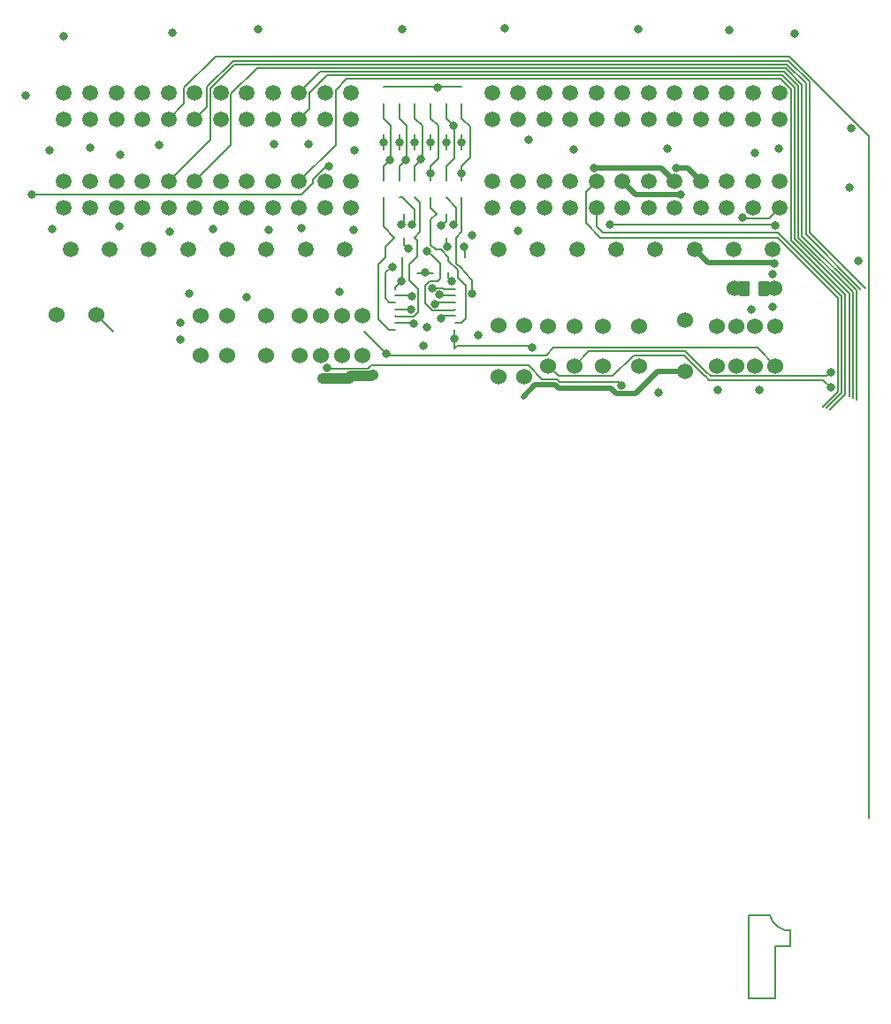
<source format=gbl>
G04 #@! TF.GenerationSoftware,KiCad,Pcbnew,8.0.6-8.0.6-0~ubuntu22.04.1*
G04 #@! TF.CreationDate,2024-11-30T07:36:20+00:00*
G04 #@! TF.ProjectId,hellen-112-17,68656c6c-656e-42d3-9131-322d31372e6b,B*
G04 #@! TF.SameCoordinates,Original*
G04 #@! TF.FileFunction,Copper,L4,Bot*
G04 #@! TF.FilePolarity,Positive*
%FSLAX46Y46*%
G04 Gerber Fmt 4.6, Leading zero omitted, Abs format (unit mm)*
G04 Created by KiCad (PCBNEW 8.0.6-8.0.6-0~ubuntu22.04.1) date 2024-11-30 07:36:20*
%MOMM*%
%LPD*%
G01*
G04 APERTURE LIST*
G04 #@! TA.AperFunction,EtchedComponent*
%ADD10C,0.200000*%
G04 #@! TD*
G04 #@! TA.AperFunction,ComponentPad*
%ADD11C,1.500000*%
G04 #@! TD*
G04 #@! TA.AperFunction,ComponentPad*
%ADD12C,1.524000*%
G04 #@! TD*
G04 #@! TA.AperFunction,ViaPad*
%ADD13C,0.800000*%
G04 #@! TD*
G04 #@! TA.AperFunction,Conductor*
%ADD14C,0.200000*%
G04 #@! TD*
G04 #@! TA.AperFunction,Conductor*
%ADD15C,0.500000*%
G04 #@! TD*
G04 #@! TA.AperFunction,Conductor*
%ADD16C,0.150000*%
G04 #@! TD*
G04 #@! TA.AperFunction,Conductor*
%ADD17C,1.000000*%
G04 #@! TD*
G04 APERTURE END LIST*
D10*
G04 #@! TO.C,G\u002A\u002A\u002A*
X74500000Y11000000D02*
X74500000Y3000000D01*
X74500000Y3000000D02*
X77000000Y3000000D01*
X76500000Y11000000D02*
X74500000Y11000000D01*
X77000000Y8000000D02*
X78500000Y8000000D01*
X77000000Y3000000D02*
X77000000Y8000000D01*
X78500000Y9500000D02*
X78500000Y8000000D01*
X78500000Y9500000D02*
G75*
G02*
X76500000Y11000000I-78399J1978801D01*
G01*
G04 #@! TD*
D11*
G04 #@! TO.P,J1,1,1A*
G04 #@! TO.N,/OUT_LS_101*
X77404267Y89716479D03*
G04 #@! TO.P,J1,2,2A*
G04 #@! TO.N,/OUT_LS_102*
X74904267Y89716479D03*
G04 #@! TO.P,J1,3,3A*
G04 #@! TO.N,GNDA*
X72404267Y89716479D03*
G04 #@! TO.P,J1,4,4A*
X69904267Y89716479D03*
G04 #@! TO.P,J1,5,5A*
X67404267Y89716479D03*
G04 #@! TO.P,J1,6,6A*
X64904267Y89716479D03*
G04 #@! TO.P,J1,7,7A*
G04 #@! TO.N,Net-(J1-7A)*
X62404267Y89716479D03*
G04 #@! TO.P,J1,8,8A*
G04 #@! TO.N,Net-(J1-8A)*
X59904267Y89716479D03*
G04 #@! TO.P,J1,9,9A*
G04 #@! TO.N,/IN_AV_109*
X57404267Y89716479D03*
G04 #@! TO.P,J1,10,10A*
G04 #@! TO.N,/IN_AV_110*
X54904267Y89716479D03*
G04 #@! TO.P,J1,11,11A*
G04 #@! TO.N,Net-(J1-11A)*
X52404267Y89716479D03*
G04 #@! TO.P,J1,12,12A*
G04 #@! TO.N,/IN_AV_112*
X49904267Y89716479D03*
G04 #@! TO.P,J1,13,13A*
G04 #@! TO.N,/IN_DIGITAL_113*
X77404267Y87216479D03*
G04 #@! TO.P,J1,14,14A*
G04 #@! TO.N,Net-(J1-14A)*
X74904267Y87216479D03*
G04 #@! TO.P,J1,15,15A*
G04 #@! TO.N,/OUT_MAIN_RELAY*
X72404267Y87216479D03*
G04 #@! TO.P,J1,16,16A*
G04 #@! TO.N,Net-(J1-16A)*
X69904267Y87216479D03*
G04 #@! TO.P,J1,17,17A*
G04 #@! TO.N,unconnected-(J1-17A-Pad17)*
X67404267Y87216479D03*
G04 #@! TO.P,J1,18,18A*
G04 #@! TO.N,unconnected-(J1-18A-Pad18)*
X64904267Y87216479D03*
G04 #@! TO.P,J1,19,19A*
G04 #@! TO.N,/IN_AV_119*
X62404267Y87216479D03*
G04 #@! TO.P,J1,20,20A*
G04 #@! TO.N,/IN_DIGITAL_120*
X59904267Y87216479D03*
G04 #@! TO.P,J1,21,21A*
G04 #@! TO.N,Net-(J1-21A)*
X57404267Y87216479D03*
G04 #@! TO.P,J1,22,22A*
G04 #@! TO.N,unconnected-(J1-22A-Pad22)*
X54904267Y87216479D03*
G04 #@! TO.P,J1,23,23A*
G04 #@! TO.N,/IN_DIGITAL_123*
X52404267Y87216479D03*
G04 #@! TO.P,J1,24,24A*
G04 #@! TO.N,unconnected-(J1-24A-Pad24)*
X49904267Y87216479D03*
G04 #@! TO.P,J1,25,25A*
G04 #@! TO.N,Net-(J1-25A)*
X77404267Y81216479D03*
G04 #@! TO.P,J1,26,26A*
G04 #@! TO.N,Net-(J1-26A)*
X74904267Y81216479D03*
G04 #@! TO.P,J1,27,27A*
G04 #@! TO.N,unconnected-(J1-27A-Pad27)*
X72404267Y81216479D03*
G04 #@! TO.P,J1,28,28A*
G04 #@! TO.N,/OUT_TACH*
X69904267Y81216479D03*
G04 #@! TO.P,J1,29,29A*
G04 #@! TO.N,/OUT_FUEL_CONSUMPTION*
X67404267Y81216479D03*
G04 #@! TO.P,J1,30,30A*
G04 #@! TO.N,unconnected-(J1-30A-Pad30)*
X64904267Y81216479D03*
G04 #@! TO.P,J1,31,31A*
G04 #@! TO.N,/OUT_AC_RELAY*
X62404267Y81216479D03*
G04 #@! TO.P,J1,32,32A*
G04 #@! TO.N,/CAN+*
X59904267Y81216479D03*
G04 #@! TO.P,J1,33,33A*
G04 #@! TO.N,unconnected-(J1-33A-Pad33)*
X57404267Y81216479D03*
G04 #@! TO.P,J1,34,34A*
G04 #@! TO.N,/IN_DIGITAL_134_HS*
X54904267Y81216479D03*
G04 #@! TO.P,J1,35,35A*
G04 #@! TO.N,/IN_DIGITAL_135_HS*
X52404267Y81216479D03*
G04 #@! TO.P,J1,36,36A*
G04 #@! TO.N,/IN_DIGITAL_136_HS*
X49904267Y81216479D03*
G04 #@! TO.P,J1,37,37A*
G04 #@! TO.N,Net-(J1-37A)*
X77404267Y78716479D03*
G04 #@! TO.P,J1,38,38A*
G04 #@! TO.N,Net-(J1-38A)*
X74904267Y78716479D03*
G04 #@! TO.P,J1,39,39A*
G04 #@! TO.N,unconnected-(J1-39A-Pad39)*
X72404267Y78716479D03*
G04 #@! TO.P,J1,40,40A*
G04 #@! TO.N,/OUT_RELAY_140*
X69904267Y78716479D03*
G04 #@! TO.P,J1,41,41A*
G04 #@! TO.N,/OUT_FAN_RELAY*
X67404267Y78716479D03*
G04 #@! TO.P,J1,42,42A*
G04 #@! TO.N,/OUT_FUEL_PUMP_RELAY*
X64904267Y78716479D03*
G04 #@! TO.P,J1,43,43A*
G04 #@! TO.N,unconnected-(J1-43A-Pad43)*
X62404267Y78716479D03*
G04 #@! TO.P,J1,44,44A*
G04 #@! TO.N,/CAN-*
X59904267Y78716479D03*
G04 #@! TO.P,J1,45,45A*
G04 #@! TO.N,unconnected-(J1-45A-Pad45)*
X57404267Y78716479D03*
G04 #@! TO.P,J1,46,46A*
G04 #@! TO.N,unconnected-(J1-46A-Pad46)*
X54904267Y78716479D03*
G04 #@! TO.P,J1,47,47A*
G04 #@! TO.N,/IN_DIGITAL_147_HS*
X52404267Y78716479D03*
G04 #@! TO.P,J1,48,48A*
G04 #@! TO.N,unconnected-(J1-48A-Pad48)*
X49904267Y78716479D03*
G04 #@! TO.P,J1,49,49A*
G04 #@! TO.N,unconnected-(J1-49A-Pad49)*
X76779267Y74716479D03*
G04 #@! TO.P,J1,50,50A*
G04 #@! TO.N,unconnected-(J1-50A-Pad50)*
X73029267Y74716479D03*
G04 #@! TO.P,J1,51,51A*
G04 #@! TO.N,/OUT_RELAY_151*
X69279267Y74716479D03*
G04 #@! TO.P,J1,52,52A*
G04 #@! TO.N,/OUT_RELAY_152*
X65529267Y74716479D03*
G04 #@! TO.P,J1,53,53A*
G04 #@! TO.N,GND*
X61779267Y74716479D03*
G04 #@! TO.P,J1,54,54A*
X58029267Y74716479D03*
G04 #@! TO.P,J1,55,55A*
G04 #@! TO.N,Net-(J1-55A)*
X54279267Y74716479D03*
G04 #@! TO.P,J1,56,56A*
G04 #@! TO.N,Net-(J1-56A)*
X50529267Y74716479D03*
G04 #@! TO.P,J1,57,1B*
G04 #@! TO.N,/IN_CRANK-*
X36404267Y89716479D03*
G04 #@! TO.P,J1,58,2B*
G04 #@! TO.N,unconnected-(J1-2B-Pad58)*
X33904267Y89716479D03*
G04 #@! TO.P,J1,59,3B*
G04 #@! TO.N,/IN_TPS1*
X31404267Y89716479D03*
G04 #@! TO.P,J1,60,4B*
G04 #@! TO.N,GNDA*
X28904267Y89716479D03*
G04 #@! TO.P,J1,61,5B*
X26404267Y89716479D03*
G04 #@! TO.P,J1,62,6B*
X23904267Y89716479D03*
G04 #@! TO.P,J1,63,7B*
X21404267Y89716479D03*
G04 #@! TO.P,J1,64,8B*
X18904267Y89716479D03*
G04 #@! TO.P,J1,65,9B*
G04 #@! TO.N,unconnected-(J1-9B-Pad65)*
X16404267Y89716479D03*
G04 #@! TO.P,J1,66,10B*
G04 #@! TO.N,+5VP*
X13904267Y89716479D03*
G04 #@! TO.P,J1,67,11B*
G04 #@! TO.N,unconnected-(J1-11B-Pad67)*
X11404267Y89716479D03*
G04 #@! TO.P,J1,68,12B*
G04 #@! TO.N,unconnected-(J1-12B-Pad68)*
X8904267Y89716479D03*
G04 #@! TO.P,J1,69,13B*
G04 #@! TO.N,/IN_CRANK+*
X36404267Y87216479D03*
G04 #@! TO.P,J1,70,14B*
G04 #@! TO.N,unconnected-(J1-14B-Pad70)*
X33904267Y87216479D03*
G04 #@! TO.P,J1,71,15B*
G04 #@! TO.N,/IN_CLT*
X31404267Y87216479D03*
G04 #@! TO.P,J1,72,16B*
G04 #@! TO.N,unconnected-(J1-16B-Pad72)*
X28904267Y87216479D03*
G04 #@! TO.P,J1,73,17B*
G04 #@! TO.N,unconnected-(J1-17B-Pad73)*
X26404267Y87216479D03*
G04 #@! TO.P,J1,74,18B*
G04 #@! TO.N,unconnected-(J1-18B-Pad74)*
X23904267Y87216479D03*
G04 #@! TO.P,J1,75,19B*
G04 #@! TO.N,/IN_MAP*
X21404267Y87216479D03*
G04 #@! TO.P,J1,76,20B*
G04 #@! TO.N,/IN_TPS2*
X18904267Y87216479D03*
G04 #@! TO.P,J1,77,21B*
G04 #@! TO.N,unconnected-(J1-21B-Pad77)*
X16404267Y87216479D03*
G04 #@! TO.P,J1,78,22B*
G04 #@! TO.N,unconnected-(J1-22B-Pad78)*
X13904267Y87216479D03*
G04 #@! TO.P,J1,79,23B*
G04 #@! TO.N,Net-(J1-23B)*
X11404267Y87216479D03*
G04 #@! TO.P,J1,80,24B*
G04 #@! TO.N,unconnected-(J1-24B-Pad80)*
X8904267Y87216479D03*
G04 #@! TO.P,J1,81,25B*
G04 #@! TO.N,unconnected-(J1-25B-Pad81)*
X36404267Y81216479D03*
G04 #@! TO.P,J1,82,26B*
G04 #@! TO.N,unconnected-(J1-26B-Pad82)*
X33904267Y81216479D03*
G04 #@! TO.P,J1,83,27B*
G04 #@! TO.N,/IN_IAT*
X31404267Y81216479D03*
G04 #@! TO.P,J1,84,28B*
G04 #@! TO.N,unconnected-(J1-28B-Pad84)*
X28904267Y81216479D03*
G04 #@! TO.P,J1,85,29B*
G04 #@! TO.N,unconnected-(J1-29B-Pad85)*
X26404267Y81216479D03*
G04 #@! TO.P,J1,86,30B*
G04 #@! TO.N,unconnected-(J1-30B-Pad86)*
X23904267Y81216479D03*
G04 #@! TO.P,J1,87,31B*
G04 #@! TO.N,/IN_CAM*
X21404267Y81216479D03*
G04 #@! TO.P,J1,88,32B*
G04 #@! TO.N,/IN_VSS*
X18904267Y81216479D03*
G04 #@! TO.P,J1,89,33B*
G04 #@! TO.N,Net-(J1-33B)*
X16404267Y81216479D03*
G04 #@! TO.P,J1,90,34B*
G04 #@! TO.N,unconnected-(J1-34B-Pad90)*
X13904267Y81216479D03*
G04 #@! TO.P,J1,91,35B*
G04 #@! TO.N,/OUT_LS_235*
X11404267Y81216479D03*
G04 #@! TO.P,J1,92,36B*
G04 #@! TO.N,unconnected-(J1-36B-Pad92)*
X8904267Y81216479D03*
G04 #@! TO.P,J1,93,37B*
G04 #@! TO.N,Net-(J1-37B)*
X36404267Y78716479D03*
G04 #@! TO.P,J1,94,38B*
G04 #@! TO.N,Net-(J1-38B)*
X33904267Y78716479D03*
G04 #@! TO.P,J1,95,39B*
G04 #@! TO.N,unconnected-(J1-39B-Pad95)*
X31404267Y78716479D03*
G04 #@! TO.P,J1,96,40B*
G04 #@! TO.N,unconnected-(J1-40B-Pad96)*
X28904267Y78716479D03*
G04 #@! TO.P,J1,97,41B*
G04 #@! TO.N,unconnected-(J1-41B-Pad97)*
X26404267Y78716479D03*
G04 #@! TO.P,J1,98,42B*
G04 #@! TO.N,/OUT_INJ2*
X23904267Y78716479D03*
G04 #@! TO.P,J1,99,43B*
G04 #@! TO.N,/OUT_INJ3*
X21404267Y78716479D03*
G04 #@! TO.P,J1,100,44B*
G04 #@! TO.N,/OUT_INJ1*
X18904267Y78716479D03*
G04 #@! TO.P,J1,101,45B*
G04 #@! TO.N,/OUT_INJ4*
X16404267Y78716479D03*
G04 #@! TO.P,J1,102,46B*
G04 #@! TO.N,/OUT_LS_246*
X13904267Y78716479D03*
G04 #@! TO.P,J1,103,47B*
G04 #@! TO.N,GNDA*
X11404267Y78716479D03*
G04 #@! TO.P,J1,104,48B*
G04 #@! TO.N,unconnected-(J1-48B-Pad104)*
X8904267Y78716479D03*
G04 #@! TO.P,J1,105,49B*
G04 #@! TO.N,unconnected-(J1-49B-Pad105)*
X35779267Y74716479D03*
G04 #@! TO.P,J1,106,50B*
G04 #@! TO.N,GND*
X32029267Y74716479D03*
G04 #@! TO.P,J1,107,51B*
G04 #@! TO.N,Net-(J1-51B)*
X28279267Y74716479D03*
G04 #@! TO.P,J1,108,52B*
G04 #@! TO.N,Net-(J1-52B)*
X24529267Y74716479D03*
G04 #@! TO.P,J1,109,53B*
G04 #@! TO.N,/OUT_IGN2*
X20779267Y74716479D03*
G04 #@! TO.P,J1,110,54B*
G04 #@! TO.N,/OUT_IGN3*
X17029267Y74716479D03*
G04 #@! TO.P,J1,111,55B*
G04 #@! TO.N,/OUT_IGN4*
X13279267Y74716479D03*
G04 #@! TO.P,J1,112,56B*
G04 #@! TO.N,/OUT_IGN1*
X9529267Y74716479D03*
G04 #@! TD*
D12*
G04 #@! TO.P,R13,1,1*
G04 #@! TO.N,Net-(J1-37B)*
X33500000Y68405000D03*
G04 #@! TO.P,R13,2,2*
G04 #@! TO.N,unconnected-(R13-Pad2)*
X33500000Y64595000D03*
G04 #@! TD*
G04 #@! TO.P,R11,1,1*
G04 #@! TO.N,Net-(J1-23B)*
X8190000Y68500000D03*
G04 #@! TO.P,R11,2,2*
G04 #@! TO.N,+5VP*
X12000000Y68500000D03*
G04 #@! TD*
G04 #@! TO.P,R14,1,1*
G04 #@! TO.N,Net-(J1-38B)*
X31500000Y68405000D03*
G04 #@! TO.P,R14,2,2*
G04 #@! TO.N,GNDA*
X31500000Y64595000D03*
G04 #@! TD*
G04 #@! TO.P,R12,1,1*
G04 #@! TO.N,Net-(J1-33B)*
X22000000Y68405000D03*
G04 #@! TO.P,R12,2,2*
G04 #@! TO.N,unconnected-(R12-Pad2)*
X22000000Y64595000D03*
G04 #@! TD*
G04 #@! TO.P,F2,1,1*
G04 #@! TO.N,Net-(J1-55A)*
X53000000Y67450000D03*
G04 #@! TO.P,F2,2,2*
G04 #@! TO.N,+12V_RAW*
X53000000Y62550000D03*
G04 #@! TD*
G04 #@! TO.P,R15,1,1*
G04 #@! TO.N,Net-(J1-51B)*
X28250000Y68405000D03*
G04 #@! TO.P,R15,2,2*
G04 #@! TO.N,/OUT_ETB+*
X28250000Y64595000D03*
G04 #@! TD*
G04 #@! TO.P,F1,1,1*
G04 #@! TO.N,Net-(J1-16A)*
X68400000Y67950000D03*
G04 #@! TO.P,F1,2,2*
G04 #@! TO.N,/IN_VIGN*
X68400000Y63050000D03*
G04 #@! TD*
G04 #@! TO.P,F3,1,1*
G04 #@! TO.N,Net-(J1-56A)*
X50500000Y67450000D03*
G04 #@! TO.P,F3,2,2*
G04 #@! TO.N,+12V_RAW*
X50500000Y62550000D03*
G04 #@! TD*
G04 #@! TO.P,R1,1,1*
G04 #@! TO.N,Net-(J1-7A)*
X64000000Y67405000D03*
G04 #@! TO.P,R1,2,2*
G04 #@! TO.N,/IN_AV_107*
X64000000Y63595000D03*
G04 #@! TD*
G04 #@! TO.P,R9,1,1*
G04 #@! TO.N,/IN_CRANK-*
X37500000Y68405000D03*
G04 #@! TO.P,R9,2,2*
G04 #@! TO.N,unconnected-(R9-Pad2)*
X37500000Y64595000D03*
G04 #@! TD*
G04 #@! TO.P,R6,1,1*
G04 #@! TO.N,Net-(J1-25A)*
X77000000Y67405000D03*
G04 #@! TO.P,R6,2,2*
G04 #@! TO.N,+5VP*
X77000000Y63595000D03*
G04 #@! TD*
G04 #@! TO.P,R4,1,1*
G04 #@! TO.N,Net-(J1-14A)*
X71400000Y67405000D03*
G04 #@! TO.P,R4,2,2*
G04 #@! TO.N,/IN_PPS2*
X71400000Y63595000D03*
G04 #@! TD*
G04 #@! TO.P,R8,1,1*
G04 #@! TO.N,Net-(J1-38A)*
X73300000Y67405000D03*
G04 #@! TO.P,R8,2,2*
G04 #@! TO.N,+5VP*
X73300000Y63595000D03*
G04 #@! TD*
G04 #@! TO.P,R10,1,1*
G04 #@! TO.N,/IN_CRANK+*
X35500000Y68405000D03*
G04 #@! TO.P,R10,2,2*
G04 #@! TO.N,unconnected-(R10-Pad2)*
X35500000Y64595000D03*
G04 #@! TD*
G04 #@! TO.P,R7,1,1*
G04 #@! TO.N,Net-(J1-26A)*
X75100000Y67405000D03*
G04 #@! TO.P,R7,2,2*
G04 #@! TO.N,+5VP*
X75100000Y63595000D03*
G04 #@! TD*
G04 #@! TO.P,R16,1,1*
G04 #@! TO.N,Net-(J1-52B)*
X24500000Y68405000D03*
G04 #@! TO.P,R16,2,2*
G04 #@! TO.N,/OUT_ETB-*
X24500000Y64595000D03*
G04 #@! TD*
G04 #@! TO.P,R5,1,1*
G04 #@! TO.N,Net-(J1-21A)*
X57800000Y67405000D03*
G04 #@! TO.P,R5,2,2*
G04 #@! TO.N,/IN_PPS1*
X57800000Y63595000D03*
G04 #@! TD*
G04 #@! TO.P,R2,1,1*
G04 #@! TO.N,Net-(J1-8A)*
X60500000Y67405000D03*
G04 #@! TO.P,R2,2,2*
G04 #@! TO.N,GND*
X60500000Y63595000D03*
G04 #@! TD*
G04 #@! TO.P,R3,1,1*
G04 #@! TO.N,Net-(J1-11A)*
X55300000Y67405000D03*
G04 #@! TO.P,R3,2,2*
G04 #@! TO.N,/IN_AV_111*
X55300000Y63595000D03*
G04 #@! TD*
G04 #@! TO.P,R54,1,1*
G04 #@! TO.N,Net-(J1-37A)*
X73090000Y71000000D03*
G04 #@! TA.AperFunction,SMDPad,CuDef*
G36*
G01*
X73544999Y70375000D02*
X73544999Y71625000D01*
G75*
G02*
X73644999Y71725000I100000J0D01*
G01*
X74444999Y71725000D01*
G75*
G02*
X74544999Y71625000I0J-100000D01*
G01*
X74544999Y70375000D01*
G75*
G02*
X74444999Y70275000I-100000J0D01*
G01*
X73644999Y70275000D01*
G75*
G02*
X73544999Y70375000I0J100000D01*
G01*
G37*
G04 #@! TD.AperFunction*
G04 #@! TO.P,R54,2,2*
G04 #@! TO.N,+5VP*
G04 #@! TA.AperFunction,SMDPad,CuDef*
G36*
G01*
X75445021Y70375000D02*
X75445021Y71625000D01*
G75*
G02*
X75545021Y71725000I100000J0D01*
G01*
X76345021Y71725000D01*
G75*
G02*
X76445021Y71625000I0J-100000D01*
G01*
X76445021Y70375000D01*
G75*
G02*
X76345021Y70275000I-100000J0D01*
G01*
X75545021Y70275000D01*
G75*
G02*
X75445021Y70375000I0J100000D01*
G01*
G37*
G04 #@! TD.AperFunction*
X76900000Y71000000D03*
G04 #@! TD*
D13*
G04 #@! TO.N,*
X42190446Y77065868D03*
X40341487Y73053162D03*
X43999046Y82000000D03*
X44863732Y70377949D03*
X5800000Y80000000D03*
X46189486Y77065715D03*
X48000000Y70500000D03*
X34300000Y82700000D03*
X43698955Y74558230D03*
G04 #@! TO.N,+5VA*
X46290001Y66215332D03*
X44710475Y90200000D03*
X45048311Y77018386D03*
X53708605Y65326466D03*
X41200000Y77100000D03*
G04 #@! TO.N,/OUT_RELAY_151*
X76934280Y73339960D03*
G04 #@! TO.N,/OUT_FUEL_CONSUMPTION*
X59650000Y82500000D03*
G04 #@! TO.N,+5VP*
X39750000Y64770710D03*
G04 #@! TO.N,/OUT_TACH*
X67500923Y82512382D03*
G04 #@! TO.N,/OUT_AC_RELAY*
X68000000Y80000000D03*
G04 #@! TO.N,/IN_DIGITAL_113*
X77050000Y77000000D03*
X61200000Y77100000D03*
G04 #@! TO.N,/IN_DIGITAL_123*
X46187517Y86566912D03*
G04 #@! TO.N,/IN_DIGITAL_134_HS*
X40076262Y83298679D03*
G04 #@! TO.N,/IN_DIGITAL_135_HS*
X43097539Y83343646D03*
G04 #@! TO.N,/IN_DIGITAL_136_HS*
X41587104Y83322729D03*
G04 #@! TO.N,/IN_DIGITAL_147_HS*
X46999046Y82000000D03*
G04 #@! TO.N,GND*
X45500000Y85000000D03*
X27500000Y95800000D03*
X31600000Y76800000D03*
X28500000Y76600000D03*
X72600000Y95700000D03*
X26400000Y70200000D03*
X41000000Y85000000D03*
X8900000Y95100000D03*
X41300000Y95800000D03*
X39500000Y85000000D03*
X20061597Y66138403D03*
X74700000Y69000000D03*
X19000000Y76400000D03*
X41215816Y71699270D03*
X23200000Y76700000D03*
X14300000Y83800000D03*
X11400000Y84500000D03*
X53400000Y85200000D03*
X47197139Y74960087D03*
X43500000Y72500000D03*
X57700000Y84300000D03*
X46024421Y71718010D03*
X43300000Y65500000D03*
X76800000Y69200000D03*
X42500000Y85000000D03*
X19300000Y95500000D03*
X48000000Y76100000D03*
X66700000Y84400000D03*
X45646107Y74982425D03*
X35300000Y70700000D03*
X29000000Y84800000D03*
X36700000Y84200000D03*
X32300000Y84800000D03*
X85000000Y73600000D03*
X14200000Y76900000D03*
X63875843Y95776435D03*
X43700000Y67300000D03*
X20000000Y67700000D03*
X7500000Y84200000D03*
X51100000Y95900000D03*
X5200000Y89500000D03*
X65852260Y60984573D03*
X44000000Y85000000D03*
X84315716Y86365045D03*
X78899878Y95376860D03*
X7800000Y76700000D03*
X84100000Y80700000D03*
X18000000Y84700000D03*
X76800000Y72400000D03*
X48600000Y66500000D03*
X75500000Y61300000D03*
X41844771Y74818900D03*
X75100000Y84000000D03*
X77400000Y84400000D03*
X52400000Y76500000D03*
X36600000Y76600000D03*
X47000000Y85000000D03*
X20900000Y70500000D03*
G04 #@! TO.N,/TLS115_PG*
X45000000Y68100000D03*
G04 #@! TO.N,+12V_RAW*
X71500000Y61300000D03*
G04 #@! TO.N,Net-(J1-37A)*
X73900000Y77800000D03*
G04 #@! TO.N,/VREF2*
X34099500Y63418082D03*
X62300000Y61699500D03*
G04 #@! TO.N,/IN_AV_111*
X82325350Y61492537D03*
G04 #@! TO.N,/IN_PPS1*
X82362001Y63000000D03*
G04 #@! TO.N,/DIGITAL_135_HS*
X42139935Y68950001D03*
G04 #@! TO.N,/DIGITAL_134_HS*
X42350002Y67650001D03*
G04 #@! TO.N,/DIGITAL_136_HS*
X42200001Y70250001D03*
G04 #@! TO.N,/DIGITAL_147_HS*
X44147637Y71002219D03*
G04 #@! TO.N,/DIGITAL_123*
X44458205Y69518849D03*
G04 #@! TD*
D14*
G04 #@! TO.N,*
X44217184Y74040001D02*
X43698955Y74558230D01*
X45709999Y73653762D02*
X46615001Y72748760D01*
X42450000Y78550000D02*
X41300000Y79700000D01*
X46450000Y77326229D02*
X46450000Y78137500D01*
X40263161Y73053162D02*
X40341487Y73053162D01*
X47350000Y68105025D02*
X46944975Y67700000D01*
X42850001Y68740828D02*
X42850001Y70886858D01*
X39709999Y74000000D02*
X39709999Y75022499D01*
X47290001Y72568734D02*
X47290001Y72500000D01*
X42409174Y68300001D02*
X42850001Y68740828D01*
X44550000Y78137500D02*
X44000000Y77587500D01*
X42500000Y79700000D02*
X43000000Y79200000D01*
X39034999Y68070026D02*
X40055025Y67050000D01*
X47290001Y72500000D02*
X47290001Y72568733D01*
X39500000Y79700000D02*
X39500000Y76912500D01*
X46450000Y73408735D02*
X46929367Y72929367D01*
X44000000Y77587500D02*
X44000000Y75184315D01*
X43497637Y71276476D02*
X43497637Y69544566D01*
X5800000Y80000000D02*
X31602002Y80000000D01*
X43000000Y79200000D02*
X43000000Y76412500D01*
X39709999Y74000000D02*
X39034999Y73325000D01*
X44173530Y68868673D02*
X46231173Y68868673D01*
X44250000Y74040001D02*
X44929939Y73360062D01*
X43999046Y87300000D02*
X44738970Y86560076D01*
X32700000Y81097998D02*
X32700000Y81426426D01*
X46450000Y78750000D02*
X46450000Y78137500D01*
X42450000Y75862500D02*
X42750000Y75562500D01*
X40055025Y67050000D02*
X40637500Y67050000D01*
X44929939Y73360062D02*
X44929939Y71949178D01*
X39034999Y73325000D02*
X39034999Y68070026D01*
X44000000Y88700000D02*
X44000000Y87300954D01*
X44738970Y86560076D02*
X44738970Y83449923D01*
X47000000Y76412500D02*
X46450000Y75862500D01*
X44635631Y71654870D02*
X43876031Y71654870D01*
X43999046Y82709999D02*
X43999046Y82000000D01*
X48000000Y71790001D02*
X48000000Y70500000D01*
X44250000Y74040001D02*
X44217184Y74040001D01*
X40687499Y68300001D02*
X42409174Y68300001D01*
X44000000Y87300954D02*
X43999046Y87300000D01*
X40637500Y68350000D02*
X40687499Y68300001D01*
X44994998Y74715001D02*
X45709999Y74000000D01*
X43497637Y69544566D02*
X44173530Y68868673D01*
X46362500Y70300000D02*
X44941681Y70300000D01*
X42000000Y71736859D02*
X42000000Y73290001D01*
X46944975Y67700000D02*
X46362500Y67700000D01*
X43876031Y71654870D02*
X43497637Y71276476D01*
X47290001Y72568733D02*
X46929367Y72929367D01*
X39650000Y72440001D02*
X39650000Y70055025D01*
X46450000Y75862500D02*
X46450000Y73408735D01*
X39709999Y75022499D02*
X40550000Y75862500D01*
X44000000Y78687500D02*
X44550000Y78137500D01*
X47350000Y71286239D02*
X47350000Y68105025D01*
X44000000Y75184315D02*
X44469314Y74715001D01*
X32700000Y81426426D02*
X33973574Y82700000D01*
X47290001Y72500000D02*
X48000000Y71790001D01*
X43000000Y76412500D02*
X42450000Y75862500D01*
X42190446Y77065868D02*
X42450000Y77325422D01*
X45500000Y79700000D02*
X46450000Y78750000D01*
X44929939Y71949178D02*
X44635631Y71654870D01*
X46615001Y72748760D02*
X46615001Y72021238D01*
X42450000Y78137500D02*
X42450000Y78550000D01*
X44000000Y79700000D02*
X44000000Y78687500D01*
X42000000Y73290001D02*
X42750000Y74040001D01*
X46615001Y72021238D02*
X47350000Y71286239D01*
X46929367Y72929367D02*
X47290001Y72568734D01*
X39709999Y72500000D02*
X40263161Y73053162D01*
X39500000Y76912500D02*
X40550000Y75862500D01*
X43999046Y82000000D02*
X43999046Y81300000D01*
X46231173Y68868673D02*
X46362500Y69000000D01*
X44738970Y83449923D02*
X43999046Y82709999D01*
X39650000Y70055025D02*
X40055025Y69650000D01*
X44941681Y70300000D02*
X44863732Y70377949D01*
X47000000Y79700000D02*
X47000000Y76412500D01*
X31602002Y80000000D02*
X32700000Y81097998D01*
X42850001Y70886858D02*
X42000000Y71736859D01*
X41300000Y79700000D02*
X41000000Y79700000D01*
X46189486Y77065715D02*
X46450000Y77326229D01*
X33973574Y82700000D02*
X34300000Y82700000D01*
X40055025Y69650000D02*
X40637500Y69650000D01*
X42450000Y77325422D02*
X42450000Y78137500D01*
X44469314Y74715001D02*
X44994998Y74715001D01*
X42750000Y75562500D02*
X42750000Y74040001D01*
X45709999Y74000000D02*
X45709999Y73653762D01*
X39709999Y72500000D02*
X39650000Y72440001D01*
G04 #@! TO.N,+5VA*
X44810475Y90300000D02*
X44710475Y90200000D01*
X47000000Y90300000D02*
X44810475Y90300000D01*
X46540001Y65500000D02*
X46290001Y65250000D01*
X39500954Y90300000D02*
X44610475Y90300000D01*
X53535071Y65500000D02*
X46540001Y65500000D01*
X45048311Y77018386D02*
X45500000Y77470075D01*
X53708605Y65326466D02*
X53535071Y65500000D01*
X46290001Y66977501D02*
X46362500Y67050000D01*
X41500000Y77400000D02*
X41200000Y77100000D01*
X46290001Y65250000D02*
X46290001Y66215332D01*
X41500000Y78137500D02*
X41500000Y77400000D01*
X46290001Y66215332D02*
X46290001Y66977501D01*
X45500000Y77470075D02*
X45500000Y78137500D01*
X44610475Y90300000D02*
X44710475Y90200000D01*
D15*
G04 #@! TO.N,/OUT_RELAY_151*
X76934280Y73339960D02*
X76843172Y73431068D01*
X76843172Y73431068D02*
X70564678Y73431068D01*
X70564678Y73431068D02*
X69279267Y74716479D01*
G04 #@! TO.N,/OUT_FUEL_CONSUMPTION*
X66120746Y82500000D02*
X59650000Y82500000D01*
X67404267Y81216479D02*
X66120746Y82500000D01*
D14*
G04 #@! TO.N,+5VP*
X55780816Y65307001D02*
X55048815Y64575000D01*
X55048815Y64575000D02*
X39945710Y64575000D01*
X39945710Y64575000D02*
X39750000Y64770710D01*
X75287999Y65307001D02*
X55780816Y65307001D01*
X77000000Y63595000D02*
X75287999Y65307001D01*
X37632312Y66888398D02*
X39750000Y64770710D01*
X12000000Y68500000D02*
X13611602Y66888398D01*
D15*
G04 #@! TO.N,/OUT_TACH*
X68608364Y82512382D02*
X69904267Y81216479D01*
X67500923Y82512382D02*
X68608364Y82512382D01*
G04 #@! TO.N,/OUT_AC_RELAY*
X63620746Y80000000D02*
X68000000Y80000000D01*
X62404267Y81216479D02*
X63620746Y80000000D01*
D14*
G04 #@! TO.N,/CAN+*
X83050000Y61129896D02*
X83050000Y70085182D01*
X58904267Y77236633D02*
X58904267Y80216479D01*
X60265900Y75875000D02*
X58904267Y77236633D01*
X77260182Y75875000D02*
X60265900Y75875000D01*
X58904267Y80216479D02*
X59904267Y81216479D01*
X81600000Y59679897D02*
X83050000Y61129896D01*
X83050000Y70085182D02*
X77260182Y75875000D01*
G04 #@! TO.N,/CAN-*
X83400000Y70230157D02*
X77305156Y76325000D01*
X60475000Y76325000D02*
X59904267Y76895733D01*
X77305156Y76325000D02*
X60475000Y76325000D01*
X81950000Y59534923D02*
X83400000Y60984922D01*
X59904267Y76895733D02*
X59904267Y78716479D01*
X83400000Y60984922D02*
X83400000Y70230157D01*
G04 #@! TO.N,/IN_DIGITAL_113*
X76950000Y77100000D02*
X77050000Y77000000D01*
X61200000Y77100000D02*
X76950000Y77100000D01*
G04 #@! TO.N,/IN_DIGITAL_123*
X46256318Y86542728D02*
X46256318Y83467271D01*
X45500000Y88700000D02*
X45500000Y87300954D01*
X45499046Y87300000D02*
X46256318Y86542728D01*
X45499046Y82709999D02*
X45499046Y81300000D01*
X46256318Y83467271D02*
X45499046Y82709999D01*
X45500000Y87300954D02*
X45499046Y87300000D01*
G04 #@! TO.N,/IN_VSS*
X22904267Y90130693D02*
X25223574Y92450000D01*
X78160052Y92450000D02*
X79950000Y90660052D01*
X18904267Y81216479D02*
X22904267Y85216479D01*
X79950000Y76155026D02*
X85150000Y70955026D01*
X22904267Y85216479D02*
X22904267Y90130693D01*
X25223574Y92450000D02*
X78160052Y92450000D01*
X79950000Y90660052D02*
X79950000Y76155026D01*
G04 #@! TO.N,/IN_DIGITAL_134_HS*
X39500000Y87300000D02*
X40210000Y86590000D01*
X39500954Y88700000D02*
X39500954Y87300954D01*
X40210000Y86590000D02*
X40210000Y83419999D01*
X40210000Y83419999D02*
X39500000Y82709999D01*
X39500954Y87300954D02*
X39500000Y87300000D01*
X39500000Y82709999D02*
X39500000Y81300000D01*
G04 #@! TO.N,/IN_DIGITAL_135_HS*
X42500000Y88700000D02*
X42500000Y87300954D01*
X43248098Y83459051D02*
X42499046Y82709999D01*
X43248098Y86550948D02*
X43248098Y83459051D01*
X42499046Y82709999D02*
X42499046Y81300000D01*
X42500000Y87300954D02*
X42499046Y87300000D01*
X42499046Y87300000D02*
X43248098Y86550948D01*
G04 #@! TO.N,/IN_DIGITAL_136_HS*
X41000000Y87300954D02*
X40999046Y87300000D01*
X41000000Y88700000D02*
X41000000Y87300954D01*
X41739688Y86559358D02*
X41739688Y83450641D01*
X40999046Y82709999D02*
X40999046Y81300000D01*
X41739688Y83450641D02*
X40999046Y82709999D01*
X40999046Y87300000D02*
X41739688Y86559358D01*
G04 #@! TO.N,/IN_DIGITAL_147_HS*
X47000000Y88700000D02*
X47000000Y87300954D01*
X46999046Y82000000D02*
X46999046Y81300000D01*
X47000000Y87300954D02*
X46999046Y87300000D01*
X47800000Y86499046D02*
X47800000Y83510953D01*
X46999046Y82709999D02*
X46999046Y82000000D01*
X46999046Y87300000D02*
X47800000Y86499046D01*
X47800000Y83510953D02*
X46999046Y82709999D01*
G04 #@! TO.N,/IN_TPS1*
X79250000Y75865078D02*
X84450000Y70665078D01*
X79250000Y90355026D02*
X79250000Y75865078D01*
X84450000Y70665078D02*
X84450000Y60550000D01*
X31404267Y89716479D02*
X33437788Y91750000D01*
X77855026Y91750000D02*
X79250000Y90355026D01*
X33437788Y91750000D02*
X77855026Y91750000D01*
G04 #@! TO.N,/IN_CLT*
X77694974Y91400000D02*
X78900000Y90194974D01*
X78900000Y90194974D02*
X78900000Y75720104D01*
X78900000Y75720104D02*
X84100000Y70520104D01*
X31404267Y87216479D02*
X32404267Y88216479D01*
X34100000Y91400000D02*
X77694974Y91400000D01*
X32404267Y89704267D02*
X34100000Y91400000D01*
X32404267Y88216479D02*
X32404267Y89704267D01*
X84100000Y70520104D02*
X84100000Y60694974D01*
G04 #@! TO.N,/IN_MAP*
X78305026Y92800000D02*
X80300000Y90805026D01*
X21404267Y87216479D02*
X22554267Y88366479D01*
X80300000Y76300000D02*
X85619747Y70980253D01*
X22554267Y88366479D02*
X22554267Y90275667D01*
X25078600Y92800000D02*
X78305026Y92800000D01*
X22554267Y90275667D02*
X25078600Y92800000D01*
X80300000Y90805026D02*
X80300000Y76300000D01*
G04 #@! TO.N,/IN_TPS2*
X86000000Y85600000D02*
X78400000Y93200000D01*
X78400000Y93200000D02*
X23400000Y93200000D01*
X20404267Y90204267D02*
X20404267Y88716479D01*
X20404267Y88716479D02*
X18904267Y87216479D01*
X86000000Y20300207D02*
X86000000Y85600000D01*
X23400000Y93200000D02*
X20404267Y90204267D01*
G04 #@! TO.N,/IN_IAT*
X77550002Y91049998D02*
X78550000Y90050000D01*
X78550000Y75575130D02*
X83750000Y70375130D01*
X34904267Y89984246D02*
X35970019Y91049998D01*
X83750000Y60839948D02*
X82300000Y59389948D01*
X35970019Y91049998D02*
X77550002Y91049998D01*
X34904267Y84716479D02*
X34904267Y89984246D01*
X31404267Y81216479D02*
X34904267Y84716479D01*
X83750000Y70375130D02*
X83750000Y60839948D01*
X78550000Y90050000D02*
X78550000Y75575130D01*
G04 #@! TO.N,/IN_CAM*
X84800000Y70810052D02*
X84800000Y60300000D01*
X79600000Y76010052D02*
X84800000Y70810052D01*
X21404267Y81216479D02*
X24904267Y84716479D01*
X79600000Y90515078D02*
X79600000Y76010052D01*
X78015078Y92100000D02*
X79600000Y90515078D01*
X24904267Y84716479D02*
X24904267Y89630693D01*
X24904267Y89630693D02*
X27373574Y92100000D01*
X27373574Y92100000D02*
X78015078Y92100000D01*
D16*
G04 #@! TO.N,GND*
X44000000Y84290001D02*
X44000000Y85000000D01*
D14*
X45709999Y72500000D02*
X45709999Y72032432D01*
X41290001Y72500000D02*
X41290001Y74000000D01*
X41290001Y71773455D02*
X41215816Y71699270D01*
X40637500Y71120954D02*
X41215816Y71699270D01*
X45646107Y74982425D02*
X45500000Y75128532D01*
D16*
X42500000Y85700000D02*
X42500000Y85000000D01*
X39500000Y85700000D02*
X39500000Y85000000D01*
D14*
X45709999Y72032432D02*
X46024421Y71718010D01*
X43459999Y72459999D02*
X43500000Y72500000D01*
D16*
X42500000Y84290001D02*
X42500000Y85000000D01*
D14*
X47290001Y74867225D02*
X47197139Y74960087D01*
D16*
X44000000Y85700000D02*
X44000000Y85000000D01*
D14*
X47290001Y74000000D02*
X47290001Y74867225D01*
D16*
X47000000Y85700000D02*
X47000000Y85000000D01*
X41000000Y84290001D02*
X41000000Y85000000D01*
D14*
X41290001Y72500000D02*
X41290001Y71773455D01*
X40637500Y70950000D02*
X40637500Y71120954D01*
D16*
X45500000Y85700000D02*
X45500000Y85000000D01*
X39500000Y84290001D02*
X39500000Y85000000D01*
D14*
X43540001Y72459999D02*
X43500000Y72500000D01*
D16*
X41000000Y85700000D02*
X41000000Y85000000D01*
X47000000Y84290001D02*
X47000000Y85000000D01*
D14*
X45500000Y75128532D02*
X45500000Y75862500D01*
D16*
X45500000Y84290001D02*
X45500000Y85000000D01*
D14*
X44250000Y72459999D02*
X43540001Y72459999D01*
X42750000Y72459999D02*
X43459999Y72459999D01*
X41500000Y75862500D02*
X41500000Y75163671D01*
X41500000Y75163671D02*
X41844771Y74818900D01*
G04 #@! TO.N,/TLS115_PG*
X46362500Y68350000D02*
X45250000Y68350000D01*
X45250000Y68350000D02*
X45000000Y68100000D01*
D17*
G04 #@! TO.N,+12V_RAW*
X36398075Y62583000D02*
X36183157Y62368082D01*
X38333398Y62583000D02*
X36398075Y62583000D01*
X36183157Y62368082D02*
X33664575Y62368082D01*
X38500398Y62750000D02*
X38333398Y62583000D01*
D15*
G04 #@! TO.N,/IN_VIGN*
X61800000Y60900000D02*
X63600000Y60900000D01*
X56292920Y61400000D02*
X61300000Y61400000D01*
X61300000Y61400000D02*
X61800000Y60900000D01*
X63600000Y60900000D02*
X65750000Y63050000D01*
X65750000Y63050000D02*
X68400000Y63050000D01*
X55938704Y61754216D02*
X56292920Y61400000D01*
X52848655Y60575002D02*
X54027869Y61754216D01*
X54027869Y61754216D02*
X55938704Y61754216D01*
D14*
G04 #@! TO.N,Net-(J1-37A)*
X73983521Y77716479D02*
X76404267Y77716479D01*
X73900000Y77800000D02*
X73983521Y77716479D01*
X76404267Y77716479D02*
X77404267Y78716479D01*
G04 #@! TO.N,/VREF2*
X38289738Y63600000D02*
X38022738Y63333000D01*
X53381185Y63600000D02*
X38289738Y63600000D01*
X56400026Y62000000D02*
X56096898Y62303128D01*
X38022738Y63333000D02*
X34184582Y63333000D01*
X54678057Y62303128D02*
X53381185Y63600000D01*
X56096898Y62303128D02*
X54678057Y62303128D01*
X62300000Y61699500D02*
X61999500Y62000000D01*
X61999500Y62000000D02*
X56400026Y62000000D01*
X34184582Y63333000D02*
X34099500Y63418082D01*
G04 #@! TO.N,/IN_AV_111*
X63400000Y64500000D02*
X63507000Y64607000D01*
X81617887Y62200000D02*
X82325350Y61492537D01*
X68274185Y64607000D02*
X70281185Y62600000D01*
X63507000Y64607000D02*
X68274185Y64607000D01*
X70667000Y62233000D02*
X72767000Y62233000D01*
X55300000Y63595000D02*
X56312000Y62583000D01*
X72767000Y62233000D02*
X72800000Y62200000D01*
X70300000Y62600000D02*
X70667000Y62233000D01*
X56312000Y62583000D02*
X61483000Y62583000D01*
X72800000Y62200000D02*
X81617887Y62200000D01*
X70281185Y62600000D02*
X70300000Y62600000D01*
X61483000Y62583000D02*
X63400000Y64500000D01*
G04 #@! TO.N,/IN_PPS1*
X81945001Y62583000D02*
X70811975Y62583000D01*
X82362001Y63000000D02*
X81945001Y62583000D01*
X70444975Y62950000D02*
X70426159Y62950000D01*
X70811975Y62583000D02*
X70444975Y62950000D01*
X70426159Y62950000D02*
X68419159Y64957000D01*
X68419159Y64957000D02*
X59162000Y64957000D01*
X59162000Y64957000D02*
X57800000Y63595000D01*
G04 #@! TO.N,/DIGITAL_135_HS*
X42089936Y69000000D02*
X42139935Y68950001D01*
X40637500Y69000000D02*
X42089936Y69000000D01*
G04 #@! TO.N,/DIGITAL_134_HS*
X42300003Y67700000D02*
X42350002Y67650001D01*
X40637500Y67700000D02*
X42300003Y67700000D01*
G04 #@! TO.N,/DIGITAL_136_HS*
X40637500Y70300000D02*
X42150002Y70300000D01*
X42150002Y70300000D02*
X42200001Y70250001D01*
G04 #@! TO.N,/DIGITAL_147_HS*
X45319288Y70958034D02*
X45248687Y70958034D01*
X45231428Y70975293D02*
X45195568Y70975293D01*
X45195568Y70975293D02*
X45169716Y71001145D01*
X45320333Y70956989D02*
X45319288Y70958034D01*
X44592164Y71030643D02*
X44518510Y70956989D01*
X44518510Y70956989D02*
X44192867Y70956989D01*
X45130642Y71030643D02*
X44592164Y71030643D01*
X46362500Y70950000D02*
X46355511Y70956989D01*
X46355511Y70956989D02*
X45320333Y70956989D01*
X45169716Y71001145D02*
X45160140Y71001145D01*
X45160140Y71001145D02*
X45130642Y71030643D01*
X45248687Y70958034D02*
X45231428Y70975293D01*
X44192867Y70956989D02*
X44147637Y71002219D01*
G04 #@! TO.N,/DIGITAL_123*
X44589356Y69650000D02*
X44458205Y69518849D01*
X46362500Y69650000D02*
X44589356Y69650000D01*
G04 #@! TD*
M02*

</source>
